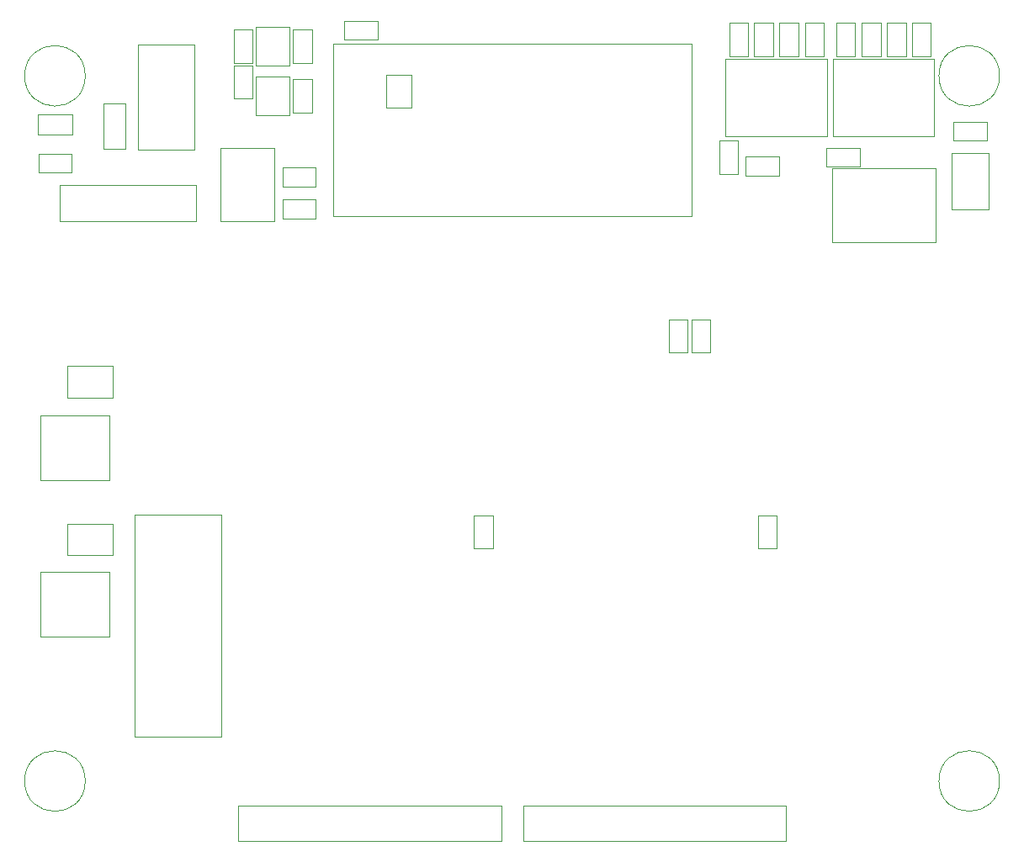
<source format=gbr>
G04 #@! TF.GenerationSoftware,KiCad,Pcbnew,7.0.11*
G04 #@! TF.CreationDate,2024-07-22T16:36:51+02:00*
G04 #@! TF.ProjectId,NOP100,4e4f5031-3030-42e6-9b69-6361645f7063,221101*
G04 #@! TF.SameCoordinates,Original*
G04 #@! TF.FileFunction,Other,User*
%FSLAX46Y46*%
G04 Gerber Fmt 4.6, Leading zero omitted, Abs format (unit mm)*
G04 Created by KiCad (PCBNEW 7.0.11) date 2024-07-22 16:36:51*
%MOMM*%
%LPD*%
G01*
G04 APERTURE LIST*
%ADD10C,0.050000*%
G04 APERTURE END LIST*
D10*
X49050000Y35500000D02*
G75*
G03*
X42950000Y35500000I-3050000J0D01*
G01*
X42950000Y35500000D02*
G75*
G03*
X49050000Y35500000I3050000J0D01*
G01*
X-42950000Y35500000D02*
G75*
G03*
X-49050000Y35500000I-3050000J0D01*
G01*
X-49050000Y35500000D02*
G75*
G03*
X-42950000Y35500000I3050000J0D01*
G01*
X-42950000Y-35500000D02*
G75*
G03*
X-49050000Y-35500000I-3050000J0D01*
G01*
X-49050000Y-35500000D02*
G75*
G03*
X-42950000Y-35500000I3050000J0D01*
G01*
X49050000Y-35500000D02*
G75*
G03*
X42950000Y-35500000I-3050000J0D01*
G01*
X42950000Y-35500000D02*
G75*
G03*
X49050000Y-35500000I3050000J0D01*
G01*
X-3850000Y-12092500D02*
X-3850000Y-8732500D01*
X-1950000Y-12092500D02*
X-3850000Y-12092500D01*
X-3850000Y-8732500D02*
X-1950000Y-8732500D01*
X-1950000Y-8732500D02*
X-1950000Y-12092500D01*
X21490000Y37210000D02*
X21490000Y29410000D01*
X21490000Y29410000D02*
X31710000Y29410000D01*
X31710000Y37210000D02*
X21490000Y37210000D01*
X31710000Y29410000D02*
X31710000Y37210000D01*
X-19750000Y21160000D02*
X-23110000Y21160000D01*
X-19750000Y23060000D02*
X-19750000Y21160000D01*
X-23110000Y21160000D02*
X-23110000Y23060000D01*
X-23110000Y23060000D02*
X-19750000Y23060000D01*
X32260000Y37210000D02*
X32260000Y29410000D01*
X32260000Y29410000D02*
X42480000Y29410000D01*
X42480000Y37210000D02*
X32260000Y37210000D01*
X42480000Y29410000D02*
X42480000Y37210000D01*
X-22031000Y31799000D02*
X-22031000Y35159000D01*
X-20131000Y31799000D02*
X-22031000Y31799000D01*
X-22031000Y35159000D02*
X-20131000Y35159000D01*
X-20131000Y35159000D02*
X-20131000Y31799000D01*
X17650000Y10992500D02*
X17650000Y7632500D01*
X15750000Y10992500D02*
X17650000Y10992500D01*
X17650000Y7632500D02*
X15750000Y7632500D01*
X15750000Y7632500D02*
X15750000Y10992500D01*
X31607500Y28250000D02*
X34967500Y28250000D01*
X31607500Y26350000D02*
X31607500Y28250000D01*
X34967500Y28250000D02*
X34967500Y26350000D01*
X34967500Y26350000D02*
X31607500Y26350000D01*
X32610000Y37497500D02*
X32610000Y40857500D01*
X34510000Y37497500D02*
X32610000Y37497500D01*
X32610000Y40857500D02*
X34510000Y40857500D01*
X34510000Y40857500D02*
X34510000Y37497500D01*
X-25781000Y36559000D02*
X-22381000Y36559000D01*
X-22381000Y36559000D02*
X-22381000Y40399000D01*
X-25781000Y40399000D02*
X-25781000Y36559000D01*
X-22381000Y40399000D02*
X-25781000Y40399000D01*
X-12650000Y32300000D02*
X-10150000Y32300000D01*
X-12650000Y32300000D02*
X-12650000Y35600000D01*
X-10150000Y35600000D02*
X-10150000Y32300000D01*
X-10150000Y35600000D02*
X-12650000Y35600000D01*
X-44301000Y25750000D02*
X-47661000Y25750000D01*
X-44301000Y27650000D02*
X-44301000Y25750000D01*
X-47661000Y25750000D02*
X-47661000Y27650000D01*
X-47661000Y27650000D02*
X-44301000Y27650000D01*
X-47731000Y29545000D02*
X-47731000Y31605000D01*
X-44231000Y29545000D02*
X-47731000Y29545000D01*
X-47731000Y31605000D02*
X-44231000Y31605000D01*
X-44231000Y31605000D02*
X-44231000Y29545000D01*
X23520000Y27350000D02*
X26880000Y27350000D01*
X23520000Y25450000D02*
X23520000Y27350000D01*
X26880000Y27350000D02*
X26880000Y25450000D01*
X26880000Y25450000D02*
X23520000Y25450000D01*
X-40500000Y-20940000D02*
X-40500000Y-14440000D01*
X-40500000Y-14440000D02*
X-47500000Y-14440000D01*
X-47500000Y-20940000D02*
X-40500000Y-20940000D01*
X-47500000Y-14440000D02*
X-47500000Y-20940000D01*
X-26131000Y36567500D02*
X-26131000Y33207500D01*
X-28031000Y36567500D02*
X-26131000Y36567500D01*
X-26131000Y33207500D02*
X-28031000Y33207500D01*
X-28031000Y33207500D02*
X-28031000Y36567500D01*
X-44730000Y-9620000D02*
X-40170000Y-9620000D01*
X-44730000Y-12780000D02*
X-44730000Y-9620000D01*
X-40170000Y-9620000D02*
X-40170000Y-12780000D01*
X-40170000Y-12780000D02*
X-44730000Y-12780000D01*
X-23935000Y28265000D02*
X-29335000Y28265000D01*
X-29335000Y28265000D02*
X-29335000Y20865000D01*
X-23935000Y20865000D02*
X-23935000Y28265000D01*
X-29335000Y20865000D02*
X-23935000Y20865000D01*
X37730000Y37497500D02*
X37730000Y40857500D01*
X39630000Y37497500D02*
X37730000Y37497500D01*
X37730000Y40857500D02*
X39630000Y40857500D01*
X39630000Y40857500D02*
X39630000Y37497500D01*
X32195000Y18765000D02*
X42595000Y18765000D01*
X42595000Y18765000D02*
X42595000Y26165000D01*
X32195000Y26165000D02*
X32195000Y18765000D01*
X42595000Y26165000D02*
X32195000Y26165000D01*
X-41120000Y28120000D02*
X-41120000Y32680000D01*
X-38880000Y28120000D02*
X-41120000Y28120000D01*
X-41120000Y32680000D02*
X-38880000Y32680000D01*
X-38880000Y32680000D02*
X-38880000Y28120000D01*
X-25781000Y31559000D02*
X-22381000Y31559000D01*
X-22381000Y31559000D02*
X-22381000Y35399000D01*
X-25781000Y35399000D02*
X-25781000Y31559000D01*
X-22381000Y35399000D02*
X-25781000Y35399000D01*
X-20131000Y40159000D02*
X-20131000Y36799000D01*
X-22031000Y40159000D02*
X-20131000Y40159000D01*
X-20131000Y36799000D02*
X-22031000Y36799000D01*
X-22031000Y36799000D02*
X-22031000Y40159000D01*
X-18030000Y21410000D02*
X18070000Y21410000D01*
X18070000Y21410000D02*
X18070000Y38760000D01*
X-18030000Y38760000D02*
X-18030000Y21410000D01*
X18070000Y38760000D02*
X-18030000Y38760000D01*
X-45540000Y20870000D02*
X-31790000Y20870000D01*
X-31790000Y20870000D02*
X-31790000Y24470000D01*
X-45540000Y24470000D02*
X-45540000Y20870000D01*
X-31790000Y24470000D02*
X-45540000Y24470000D01*
X21840000Y37497500D02*
X21840000Y40857500D01*
X23740000Y37497500D02*
X21840000Y37497500D01*
X21840000Y40857500D02*
X23740000Y40857500D01*
X23740000Y40857500D02*
X23740000Y37497500D01*
X-23110000Y26250000D02*
X-19750000Y26250000D01*
X-23110000Y24350000D02*
X-23110000Y26250000D01*
X-19750000Y26250000D02*
X-19750000Y24350000D01*
X-19750000Y24350000D02*
X-23110000Y24350000D01*
X29460000Y37497500D02*
X29460000Y40857500D01*
X31360000Y37497500D02*
X29460000Y37497500D01*
X29460000Y40857500D02*
X31360000Y40857500D01*
X31360000Y40857500D02*
X31360000Y37497500D01*
X-29260000Y-8680000D02*
X-37950000Y-8680000D01*
X-29260000Y-8680000D02*
X-29260000Y-31050000D01*
X-37950000Y-8680000D02*
X-37950000Y-31050000D01*
X-29260000Y-31050000D02*
X-37950000Y-31050000D01*
X47780000Y28950000D02*
X44420000Y28950000D01*
X47780000Y30850000D02*
X47780000Y28950000D01*
X44420000Y28950000D02*
X44420000Y30850000D01*
X44420000Y30850000D02*
X47780000Y30850000D01*
X-32000000Y38650000D02*
X-37650000Y38650000D01*
X-37650000Y38650000D02*
X-37650000Y28100000D01*
X-32000000Y28100000D02*
X-32000000Y38650000D01*
X-37650000Y28100000D02*
X-32000000Y28100000D01*
X35180000Y37497500D02*
X35180000Y40857500D01*
X37080000Y37497500D02*
X35180000Y37497500D01*
X35180000Y40857500D02*
X37080000Y40857500D01*
X37080000Y40857500D02*
X37080000Y37497500D01*
X-16880000Y41050000D02*
X-13520000Y41050000D01*
X-16880000Y39150000D02*
X-16880000Y41050000D01*
X-13520000Y41050000D02*
X-13520000Y39150000D01*
X-13520000Y39150000D02*
X-16880000Y39150000D01*
X-44730000Y6280000D02*
X-40170000Y6280000D01*
X-44730000Y3120000D02*
X-44730000Y6280000D01*
X-40170000Y6280000D02*
X-40170000Y3120000D01*
X-40170000Y3120000D02*
X-44730000Y3120000D01*
X24750000Y-12092500D02*
X24750000Y-8732500D01*
X26650000Y-12092500D02*
X24750000Y-12092500D01*
X24750000Y-8732500D02*
X26650000Y-8732500D01*
X26650000Y-8732500D02*
X26650000Y-12092500D01*
X-28031000Y36799000D02*
X-28031000Y40159000D01*
X-26131000Y36799000D02*
X-28031000Y36799000D01*
X-28031000Y40159000D02*
X-26131000Y40159000D01*
X-26131000Y40159000D02*
X-26131000Y36799000D01*
X1100000Y-41560000D02*
X27550000Y-41560000D01*
X27550000Y-41560000D02*
X27550000Y-37960000D01*
X1100000Y-37960000D02*
X1100000Y-41560000D01*
X27550000Y-37960000D02*
X1100000Y-37960000D01*
X-40500000Y-5190000D02*
X-40500000Y1310000D01*
X-40500000Y1310000D02*
X-47500000Y1310000D01*
X-47500000Y-5190000D02*
X-40500000Y-5190000D01*
X-47500000Y1310000D02*
X-47500000Y-5190000D01*
X26910000Y37497500D02*
X26910000Y40857500D01*
X28810000Y37497500D02*
X26910000Y37497500D01*
X26910000Y40857500D02*
X28810000Y40857500D01*
X28810000Y40857500D02*
X28810000Y37497500D01*
X24360000Y37497500D02*
X24360000Y40857500D01*
X26260000Y37497500D02*
X24360000Y37497500D01*
X24360000Y40857500D02*
X26260000Y40857500D01*
X26260000Y40857500D02*
X26260000Y37497500D01*
X40230000Y37497500D02*
X40230000Y40857500D01*
X42130000Y37497500D02*
X40230000Y37497500D01*
X40230000Y40857500D02*
X42130000Y40857500D01*
X42130000Y40857500D02*
X42130000Y37497500D01*
X19950000Y10992500D02*
X19950000Y7632500D01*
X18050000Y10992500D02*
X19950000Y10992500D01*
X19950000Y7632500D02*
X18050000Y7632500D01*
X18050000Y7632500D02*
X18050000Y10992500D01*
X-27550000Y-41560000D02*
X-1100000Y-41560000D01*
X-1100000Y-41560000D02*
X-1100000Y-37960000D01*
X-27550000Y-37960000D02*
X-27550000Y-41560000D01*
X-1100000Y-37960000D02*
X-27550000Y-37960000D01*
X47950000Y27750000D02*
X47950000Y22050000D01*
X44250000Y27750000D02*
X47950000Y27750000D01*
X47950000Y22050000D02*
X44250000Y22050000D01*
X44250000Y22050000D02*
X44250000Y27750000D01*
X20850000Y25632500D02*
X20850000Y28992500D01*
X22750000Y25632500D02*
X20850000Y25632500D01*
X20850000Y28992500D02*
X22750000Y28992500D01*
X22750000Y28992500D02*
X22750000Y25632500D01*
M02*

</source>
